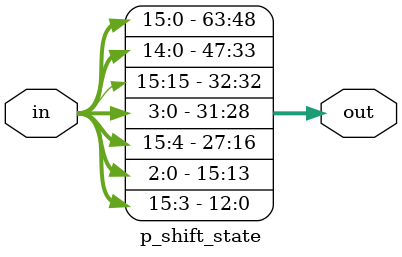
<source format=v>
module p_shift_state(
        in,
        out
        );
  input[63:0] in;
  output[63:0] out;

  assign out = {in[15:0],in[14:0],in[15],in[3:0],in[15:4],in[2:0],in[15:3]};

endmodule	

</source>
